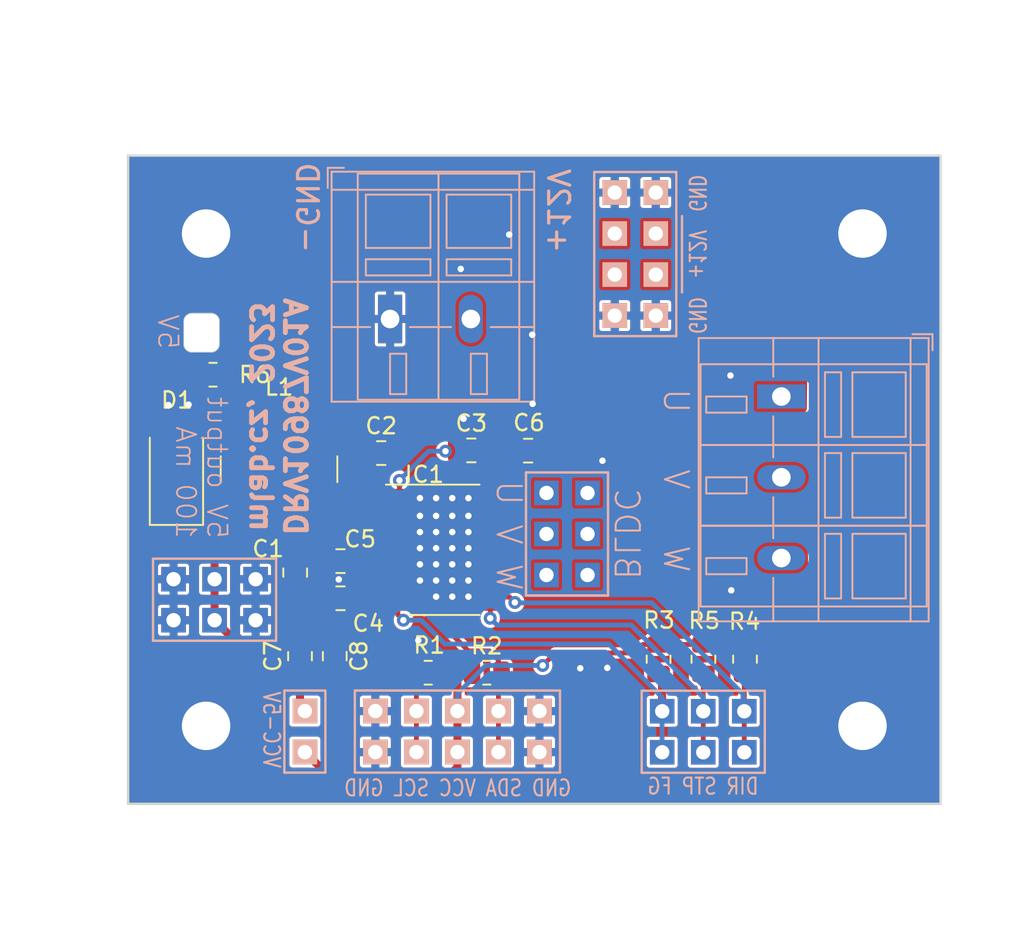
<source format=kicad_pcb>
(kicad_pcb (version 20221018) (generator pcbnew)
  (title_block (title "DRV10987V01A") (date "2023-06-30") (rev "01A") (company "Mlab www.mlab.cz") (comment 1 "BLDC/PMSM sensorless motor controller") (comment 2 "roman-dvorak <romandvorak@mlab.cz>"))
  (layers (0 "F.Cu" signal) (31 "B.Cu" signal) (34 "B.Paste" user) (35 "F.Paste" user) (36 "B.SilkS" user "B.Silkscreen") (37 "F.SilkS" user "F.Silkscreen") (38 "B.Mask" user) (39 "F.Mask" user) (44 "Edge.Cuts" user))
  (net 0 "")
  (net 1 "GND")
  (net 2 "Net-(IC1-VCP)")
  (net 3 "+12V")
  (net 4 "Net-(IC1-CPN)")
  (net 5 "Net-(IC1-CPP)")
  (net 6 "Net-(IC1-V3P3)")
  (net 7 "Net-(IC1-V1P8)")
  (net 8 "/SDA")
  (net 9 "/SCL")
  (net 10 "/STEP")
  (net 11 "/DIR")
  (net 12 "/FG")
  (net 13 "/U")
  (net 14 "/V")
  (net 15 "/W")
  (net 16 "+5V")
  (net 17 "Net-(IC1-SW)")
  (net 18 "VDD")
  (net 19 "Net-(D2-A)")
  (footprint "Capacitor_SMD:C_0805_2012Metric" (layer "F.Cu") (at 136.5 110.04)
    (fp_text reference "C5" (at 1.22 -1.365) (layer "F.SilkS"))
    (fp_text value "1uF")
    (fp_line (start -0.261252 -0.735) (end 0.261252 -0.735) (stroke (width 0.12)) (layer "F.SilkS"))
    (fp_line (start -0.261252 0.735) (end 0.261252 0.735) (stroke (width 0.12)) (layer "F.SilkS"))
    (pad "1" smd roundrect (at -0.95 0) (size 1 1.45) (layers "F.Cu" "F.Paste" "F.Mask") (net 1 "GND"))
    (pad "2" smd roundrect (at 0.95 0) (size 1 1.45) (layers "F.Cu" "F.Paste" "F.Mask") (net 7 "Net-(IC1-V1P8)"))
  )
  (footprint "Mlab_Mechanical:MountingHole_3mm" (layer "F.Cu") (at 168.82 89.76)
    (fp_text reference "M2" hide)
    (fp_text value "HOLE M3" hide)
    (pad "1" thru_hole circle (at 0 0) (size 6 6) (drill 3) (layers "*.Cu" "*.Mask") (net 1 "GND") (clearance 1))
  )
  (footprint "Capacitor_SMD:C_0805_2012Metric" (layer "F.Cu") (at 133.995 115.925 90)
    (fp_text reference "C7" (at 0 -1.68 90) (layer "F.SilkS"))
    (fp_text value "10uF")
    (fp_line (start -0.261252 -0.735) (end 0.261252 -0.735) (stroke (width 0.12)) (layer "F.SilkS"))
    (fp_line (start -0.261252 0.735) (end 0.261252 0.735) (stroke (width 0.12)) (layer "F.SilkS"))
    (pad "1" smd roundrect (at -0.95 0 90) (size 1 1.45) (layers "F.Cu" "F.Paste" "F.Mask") (net 16 "+5V"))
    (pad "2" smd roundrect (at 0.95 0 90) (size 1 1.45) (layers "F.Cu" "F.Paste" "F.Mask") (net 1 "GND"))
  )
  (footprint "Mlab_Mechanical:MountingHole_3mm" (layer "F.Cu") (at 168.82 120.24)
    (fp_text reference "M4" hide)
    (fp_text value "HOLE M3" hide)
    (pad "1" thru_hole circle (at 0 0) (size 6 6) (drill 3) (layers "*.Cu" "*.Mask") (net 1 "GND") (clearance 1))
  )
  (footprint "Diode_SMD:D_SMA" (layer "F.Cu") (at 126.345 104.4 90)
    (fp_text reference "D1" (at 4.325 0.025 180) (layer "F.SilkS"))
    (fp_text value "BZV55C-5,6V")
    (fp_line (start -3.4 -1.65) (end -3.4 1.65) (stroke (width 0.12)) (layer "F.SilkS"))
    (fp_line (start -3.4 -1.65) (end 2 -1.65) (stroke (width 0.12)) (layer "F.SilkS"))
    (fp_line (start -3.4 1.65) (end 2 1.65) (stroke (width 0.12)) (layer "F.SilkS"))
    (pad "1" smd rect (at -2 0 90) (size 2.5 1.8) (layers "F.Cu" "F.Paste" "F.Mask") (net 16 "+5V"))
    (pad "2" smd rect (at 2 0 90) (size 2.5 1.8) (layers "F.Cu" "F.Paste" "F.Mask") (net 1 "GND"))
  )
  (footprint "Mlab_D:LED_1206_2" (layer "F.Cu") (at 127.9 95.9 180)
    (fp_text reference "D2" hide)
    (fp_text value "LED" hide)
    (fp_line (start -1.1 0.7) (end -1.1 -0.7) (stroke (width 0.05)) (layer "Edge.Cuts"))
    (fp_line (start -0.6 -1.2) (end 0.6 -1.2) (stroke (width 0.05)) (layer "Edge.Cuts"))
    (fp_line (start -0.6 1.2) (end 0.6 1.2) (stroke (width 0.05)) (layer "Edge.Cuts"))
    (fp_line (start 1.1 0.7) (end 1.1 -0.7) (stroke (width 0.05)) (layer "Edge.Cuts"))
    (fp_arc (start -1.1 -0.7) (mid -0.953553 -1.053553) (end -0.6 -1.2) (stroke (width 0.05)) (layer "Edge.Cuts"))
    (fp_arc (start -0.6 1.2) (mid -0.953553 1.053553) (end -1.1 0.7) (stroke (width 0.05)) (layer "Edge.Cuts"))
    (fp_arc (start 0.6 -1.2) (mid 0.953553 -1.053553) (end 1.1 -0.7) (stroke (width 0.05)) (layer "Edge.Cuts"))
    (fp_arc (start 1.1 0.7) (mid 0.953553 1.053553) (end 0.6 1.2) (stroke (width 0.05)) (layer "Edge.Cuts"))
    (pad "1" smd rect (at 1.88 0) (size 1.5 1.5) (layers "F.Cu" "F.Paste" "F.Mask") (net 1 "GND"))
    (pad "2" smd rect (at -1.88 0 180) (size 1.5 1.5) (layers "F.Cu" "F.Paste" "F.Mask") (net 19 "Net-(D2-A)"))
  )
  (footprint "Capacitor_SMD:C_0805_2012Metric" (layer "F.Cu") (at 148.12 103.2 180)
    (fp_text reference "C6" (at -0.05 1.725) (layer "F.SilkS"))
    (fp_text value "10uF")
    (fp_line (start -0.261252 -0.735) (end 0.261252 -0.735) (stroke (width 0.12)) (layer "F.SilkS"))
    (fp_line (start -0.261252 0.735) (end 0.261252 0.735) (stroke (width 0.12)) (layer "F.SilkS"))
    (pad "1" smd roundrect (at -0.95 0 180) (size 1 1.45) (layers "F.Cu" "F.Paste" "F.Mask") (net 1 "GND"))
    (pad "2" smd roundrect (at 0.95 0 180) (size 1 1.45) (layers "F.Cu" "F.Paste" "F.Mask") (net 3 "+12V"))
  )
  (footprint "Resistor_SMD:R_0805_2012Metric" (layer "F.Cu") (at 158.97 116.1125 -90)
    (fp_text reference "R5" (at -2.3875 -0.05 -180) (layer "F.SilkS"))
    (fp_text value "4k7")
    (fp_line (start -0.227064 -0.735) (end 0.227064 -0.735) (stroke (width 0.12)) (layer "F.SilkS"))
    (fp_line (start -0.227064 0.735) (end 0.227064 0.735) (stroke (width 0.12)) (layer "F.SilkS"))
    (pad "1" smd roundrect (at -0.9125 0 270) (size 1.025 1.4) (layers "F.Cu" "F.Paste" "F.Mask") (roundrect_rratio 0.243902) (net 18 "VDD"))
    (pad "2" smd roundrect (at 0.9125 0 270) (size 1.025 1.4) (layers "F.Cu" "F.Paste" "F.Mask") (roundrect_rratio 0.243902) (net 10 "/STEP"))
  )
  (footprint "Resistor_SMD:R_0805_2012Metric" (layer "F.Cu") (at 128.6075 98.5 180)
    (fp_text reference "R6" (at -2.5875 0) (layer "F.SilkS"))
    (fp_text value "R_Small" hide)
    (fp_line (start -0.227064 -0.735) (end 0.227064 -0.735) (stroke (width 0.12)) (layer "F.SilkS"))
    (fp_line (start -0.227064 0.735) (end 0.227064 0.735) (stroke (width 0.12)) (layer "F.SilkS"))
    (pad "1" smd roundrect (at -0.9125 0 180) (size 1.025 1.4) (layers "F.Cu" "F.Paste" "F.Mask") (roundrect_rratio 0.243902) (net 19 "Net-(D2-A)"))
    (pad "2" smd roundrect (at 0.9125 0 180) (size 1.025 1.4) (layers "F.Cu" "F.Paste" "F.Mask") (roundrect_rratio 0.243902) (net 16 "+5V"))
  )
  (footprint "Resistor_SMD:R_0805_2012Metric" (layer "F.Cu") (at 145.5575 116.95)
    (fp_text reference "R2" (at 0 -1.65) (layer "F.SilkS"))
    (fp_text value "4k7")
    (fp_line (start -0.227064 -0.735) (end 0.227064 -0.735) (stroke (width 0.12)) (layer "F.SilkS"))
    (fp_line (start -0.227064 0.735) (end 0.227064 0.735) (stroke (width 0.12)) (layer "F.SilkS"))
    (pad "1" smd roundrect (at -0.9125 0) (size 1.025 1.4) (layers "F.Cu" "F.Paste" "F.Mask") (roundrect_rratio 0.243902) (net 18 "VDD"))
    (pad "2" smd roundrect (at 0.9125 0) (size 1.025 1.4) (layers "F.Cu" "F.Paste" "F.Mask") (roundrect_rratio 0.243902) (net 8 "/SDA"))
  )
  (footprint "Resistor_SMD:R_0805_2012Metric" (layer "F.Cu") (at 156.195 116.1125 -90)
    (fp_text reference "R3" (at -2.4125 -0.025 -180) (layer "F.SilkS"))
    (fp_text value "4k7")
    (fp_line (start -0.227064 -0.735) (end 0.227064 -0.735) (stroke (width 0.12)) (layer "F.SilkS"))
    (fp_line (start -0.227064 0.735) (end 0.227064 0.735) (stroke (width 0.12)) (layer "F.SilkS"))
    (pad "1" smd roundrect (at -0.9125 0 270) (size 1.025 1.4) (layers "F.Cu" "F.Paste" "F.Mask") (roundrect_rratio 0.243902) (net 18 "VDD"))
    (pad "2" smd roundrect (at 0.9125 0 270) (size 1.025 1.4) (layers "F.Cu" "F.Paste" "F.Mask") (roundrect_rratio 0.243902) (net 12 "/FG"))
  )
  (footprint "Capacitor_SMD:C_0805_2012Metric" (layer "F.Cu") (at 133.695 110.75 90)
    (fp_text reference "C1" (at 1.475 -1.675 180) (layer "F.SilkS"))
    (fp_text value "10uF")
    (fp_line (start -0.261252 -0.735) (end 0.261252 -0.735) (stroke (width 0.12)) (layer "F.SilkS"))
    (fp_line (start -0.261252 0.735) (end 0.261252 0.735) (stroke (width 0.12)) (layer "F.SilkS"))
    (pad "1" smd roundrect (at -0.95 0 90) (size 1 1.45) (layers "F.Cu" "F.Paste" "F.Mask") (net 1 "GND"))
    (pad "2" smd roundrect (at 0.95 0 90) (size 1 1.45) (layers "F.Cu" "F.Paste" "F.Mask") (net 16 "+5V"))
  )
  (footprint "Capacitor_SMD:C_0805_2012Metric" (layer "F.Cu") (at 136.5 112.34)
    (fp_text reference "C4" (at 1.72 1.56) (layer "F.SilkS"))
    (fp_text value "1uF")
    (fp_line (start -0.261252 -0.735) (end 0.261252 -0.735) (stroke (width 0.12)) (layer "F.SilkS"))
    (fp_line (start -0.261252 0.735) (end 0.261252 0.735) (stroke (width 0.12)) (layer "F.SilkS"))
    (pad "1" smd roundrect (at -0.95 0) (size 1 1.45) (layers "F.Cu" "F.Paste" "F.Mask") (net 1 "GND"))
    (pad "2" smd roundrect (at 0.95 0) (size 1 1.45) (layers "F.Cu" "F.Paste" "F.Mask") (net 6 "Net-(IC1-V3P3)"))
  )
  (footprint "Mlab_Mechanical:MountingHole_3mm" (layer "F.Cu") (at 128.18 120.24)
    (fp_text reference "M3" hide)
    (fp_text value "HOLE M3" hide)
    (pad "1" thru_hole circle (at 0 0) (size 6 6) (drill 3) (layers "*.Cu" "*.Mask") (net 1 "GND") (clearance 1))
  )
  (footprint "Mlab_Mechanical:MountingHole_3mm" (layer "F.Cu") (at 128.18 89.76)
    (fp_text reference "M1" hide)
    (fp_text value "HOLE M3" hide)
    (pad "1" thru_hole circle (at 0 0) (size 6 6) (drill 3) (layers "*.Cu" "*.Mask") (net 1 "GND") (clearance 1))
  )
  (footprint "Capacitor_SMD:C_0805_2012Metric" (layer "F.Cu") (at 136.145 115.925 90)
    (fp_text reference "C8" (at 0 1.5 90) (layer "F.SilkS"))
    (fp_text value "100nF")
    (fp_line (start -0.261252 -0.735) (end 0.261252 -0.735) (stroke (width 0.12)) (layer "F.SilkS"))
    (fp_line (start -0.261252 0.735) (end 0.261252 0.735) (stroke (width 0.12)) (layer "F.SilkS"))
    (pad "1" smd roundrect (at -0.95 0 90) (size 1 1.45) (layers "F.Cu" "F.Paste" "F.Mask") (net 16 "+5V"))
    (pad "2" smd roundrect (at 0.95 0 90) (size 1 1.45) (layers "F.Cu" "F.Paste" "F.Mask") (net 1 "GND"))
  )
  (footprint "Inductor_SMD:L_Ferrocore_DLG-0703" (layer "F.Cu") (at 132.695 104.35 90)
    (fp_text reference "L1" (at 5.075 0 180) (layer "F.SilkS"))
    (fp_text value "47uH DE0703-47")
    (fp_line (start -0.8 -3.61) (end 0.8 -3.61) (stroke (width 0.12)) (layer "F.SilkS"))
    (fp_line (start -0.8 3.61) (end 0.8 3.61) (stroke (width 0.12)) (layer "F.SilkS"))
    (pad "1" smd rect (at -2.5 0 90) (size 3 7.5) (layers "F.Cu" "F.Paste" "F.Mask") (net 16 "+5V"))
    (pad "2" smd rect (at 2.5 0 90) (size 3 7.5) (layers "F.Cu" "F.Paste" "F.Mask") (net 17 "Net-(IC1-SW)"))
  )
  (footprint "Capacitor_SMD:C_0805_2012Metric" (layer "F.Cu") (at 144.6 103.185)
    (fp_text reference "C3" (at 0 -1.68) (layer "F.SilkS"))
    (fp_text value "100nF")
    (fp_line (start -0.261252 -0.735) (end 0.261252 -0.735) (stroke (width 0.12)) (layer "F.SilkS"))
    (fp_line (start -0.261252 0.735) (end 0.261252 0.735) (stroke (width 0.12)) (layer "F.SilkS"))
    (pad "1" smd roundrect (at -0.95 0) (size 1 1.45) (layers "F.Cu" "F.Paste" "F.Mask") (net 2 "Net-(IC1-VCP)"))
    (pad "2" smd roundrect (at 0.95 0) (size 1 1.45) (layers "F.Cu" "F.Paste" "F.Mask") (net 3 "+12V"))
  )
  (footprint "Mlab_IO:TSSOP-24_4.4x7.8mm_P0.65mm_PowerPAD" (layer "F.Cu") (at 142.9125 109.34)
    (fp_text reference "IC1" (at -1.2175 -4.665) (layer "F.SilkS"))
    (fp_text value "DRV10987DPWPR")
    (fp_line (start 0 -4.035) (end -3.6 -4.035) (stroke (width 0.12)) (layer "F.SilkS"))
    (fp_line (start 0 -4.035) (end 2.2 -4.035) (stroke (width 0.12)) (layer "F.SilkS"))
    (fp_line (start 0 4.035) (end -2.2 4.035) (stroke (width 0.12)) (layer "F.SilkS"))
    (fp_line (start 0 4.035) (end 2.2 4.035) (stroke (width 0.12)) (layer "F.SilkS"))
    (pad "1" smd roundrect (at -2.8625 -3.575) (size 1.475 0.4) (layers "F.Cu" "F.Paste" "F.Mask") (net 2 "Net-(IC1-VCP)"))
    (pad "2" smd roundrect (at -2.8625 -2.925) (size 1.475 0.4) (layers "F.Cu" "F.Paste" "F.Mask") (net 5 "Net-(IC1-CPP)"))
    (pad "3" smd roundrect (at -2.8625 -2.275) (size 1.475 0.4) (layers "F.Cu" "F.Paste" "F.Mask") (net 4 "Net-(IC1-CPN)"))
    (pad "4" smd roundrect (at -2.8625 -1.625) (size 1.475 0.4) (layers "F.Cu" "F.Paste" "F.Mask") (net 17 "Net-(IC1-SW)"))
    (pad "5" smd roundrect (at -2.8625 -0.975) (size 1.475 0.4) (layers "F.Cu" "F.Paste" "F.Mask") (net 1 "GND"))
    (pad "6" smd roundrect (at -2.8625 -0.325) (size 1.475 0.4) (layers "F.Cu" "F.Paste" "F.Mask") (net 16 "+5V"))
    (pad "7" smd roundrect (at -2.8625 0.325) (size 1.475 0.4) (layers "F.Cu" "F.Paste" "F.Mask") (net 7 "Net-(IC1-V1P8)"))
    (pad "8" smd roundrect (at -2.8625 0.975) (size 1.475 0.4) (layers "F.Cu" "F.Paste" "F.Mask") (net 1 "GND"))
    (pad "9" smd roundrect (at -2.8625 1.625) (size 1.475 0.4) (layers "F.Cu" "F.Paste" "F.Mask") (net 6 "Net-(IC1-V3P3)"))
    (pad "10" smd roundrect (at -2.8625 2.275) (size 1.475 0.4) (layers "F.Cu" "F.Paste" "F.Mask") (net 9 "/SCL"))
    (pad "11" smd roundrect (at -2.8625 2.925) (size 1.475 0.4) (layers "F.Cu" "F.Paste" "F.Mask") (net 8 "/SDA"))
    (pad "12" smd roundrect (at -2.8625 3.575) (size 1.475 0.4) (layers "F.Cu" "F.Paste" "F.Mask") (net 12 "/FG"))
    (pad "13" smd roundrect (at 2.8625 3.575) (size 1.475 0.4) (layers "F.Cu" "F.Paste" "F.Mask") (net 10 "/STEP"))
    (pad "14" smd roundrect (at 2.8625 2.925) (size 1.475 0.4) (layers "F.Cu" "F.Paste" "F.Mask") (net 11 "/DIR"))
    (pad "15" smd roundrect (at 2.8625 2.275) (size 1.475 0.4) (layers "F.Cu" "F.Paste" "F.Mask") (net 1 "GND"))
    (pad "16" smd roundrect (at 2.8625 1.625) (size 1.475 0.4) (layers "F.Cu" "F.Paste" "F.Mask") (net 1 "GND"))
    (pad "17" smd roundrect (at 2.8625 0.975) (size 1.475 0.4) (layers "F.Cu" "F.Paste" "F.Mask") (net 13 "/U"))
    (pad "18" smd roundrect (at 2.8625 0.325) (size 1.475 0.4) (layers "F.Cu" "F.Paste" "F.Mask") (net 13 "/U"))
    (pad "19" smd roundrect (at 2.8625 -0.325) (size 1.475 0.4) (layers "F.Cu" "F.Paste" "F.Mask") (net 14 "/V"))
    (pad "20" smd roundrect (at 2.8625 -0.975) (size 1.475 0.4) (layers "F.Cu" "F.Paste" "F.Mask") (net 14 "/V"))
    (pad "21" smd roundrect (at 2.8625 -1.625) (size 1.475 0.4) (layers "F.Cu" "F.Paste" "F.Mask") (net 15 "/W"))
    (pad "22" smd roundrect (at 2.8625 -2.275) (size 1.475 0.4) (layers "F.Cu" "F.Paste" "F.Mask") (net 15 "/W"))
    (pad "23" smd roundrect (at 2.8625 -2.925) (size 1.475 0.4) (layers "F.Cu" "F.Paste" "F.Mask") (net 3 "+12V"))
    (pad "24" smd roundrect (at 2.8625 -3.575) (size 1.475 0.4) (layers "F.Cu" "F.Paste" "F.Mask") (net 3 "+12V"))
    (pad "25" smd roundrect (at 0 0) (size 3.2 5.26) (layers "F.Cu" "F.Paste" "F.Mask") (roundrect_rratio 0.03125) (net 1 "GND"))
  )
  (footprint "Resistor_SMD:R_0805_2012Metric" (layer "F.Cu") (at 161.545 116.1125 -90)
    (fp_text reference "R4" (at -2.3375 0.025 -180) (layer "F.SilkS"))
    (fp_text value "4k7")
    (fp_line (start -0.227064 -0.735) (end 0.227064 -0.735) (stroke (width 0.12)) (layer "F.SilkS"))
    (fp_line (start -0.227064 0.735) (end 0.227064 0.735) (stroke (width 0.12)) (layer "F.SilkS"))
    (pad "1" smd roundrect (at -0.9125 0 270) (size 1.025 1.4) (layers "F.Cu" "F.Paste" "F.Mask") (roundrect_rratio 0.243902) (net 18 "VDD"))
    (pad "2" smd roundrect (at 0.9125 0 270) (size 1.025 1.4) (layers "F.Cu" "F.Paste" "F.Mask") (roundrect_rratio 0.243902) (net 11 "/DIR"))
  )
  (footprint "Resistor_SMD:R_0805_2012Metric" (layer "F.Cu") (at 141.9325 116.95 180)
    (fp_text reference "R1" (at -0.0625 1.7) (layer "F.SilkS"))
    (fp_text value "4k7")
    (fp_line (start -0.227064 -0.735) (end 0.227064 -0.735) (stroke (width 0.12)) (layer "F.SilkS"))
    (fp_line (start -0.227064 0.735) (end 0.227064 0.735) (stroke (width 0.12)) (layer "F.SilkS"))
    (pad "1" smd roundrect (at -0.9125 0 180) (size 1.025 1.4) (layers "F.Cu" "F.Paste" "F.Mask") (roundrect_rratio 0.243902) (net 18 "VDD"))
    (pad "2" smd roundrect (at 0.9125 0 180) (size 1.025 1.4) (layers "F.Cu" "F.Paste" "F.Mask") (roundrect_rratio 0.243902) (net 9 "/SCL"))
  )
  (footprint "Capacitor_SMD:C_0805_2012Metric" (layer "F.Cu") (at 139.02 103.35)
    (fp_text reference "C2" (at 0 -1.68) (layer "F.SilkS"))
    (fp_text value "100nF")
    (fp_line (start -0.261252 -0.735) (end 0.261252 -0.735) (stroke (width 0.12)) (layer "F.SilkS"))
    (fp_line (start -0.261252 0.735) (end 0.261252 0.735) (stroke (width 0.12)) (layer "F.SilkS"))
    (pad "1" smd roundrect (at -0.95 0) (size 1 1.45) (layers "F.Cu" "F.Paste" "F.Mask") (net 4 "Net-(IC1-CPN)"))
    (pad "2" smd roundrect (at 0.95 0) (size 1 1.45) (layers "F.Cu" "F.Paste" "F.Mask") (net 5 "Net-(IC1-CPP)"))
  )
  (footprint "TerminalBlock_WAGO:TerminalBlock_WAGO_236-102_1x02_P5.00mm_45Degree" (layer "B.Cu") (at 139.57 95.05)
    (fp_text reference "J11" hide)
    (fp_text value "WAGO")
    (fp_line (start -3.86 -9.36) (end -2.86 -9.36) (stroke (width 0.12)) (layer "B.SilkS"))
    (fp_line (start -3.86 -8.12) (end -3.86 -9.36) (stroke (width 0.12)) (layer "B.SilkS"))
    (fp_line (start -3.62 -9.12) (end 8.921 -9.12) (stroke (width 0.12)) (layer "B.SilkS"))
    (fp_line (start -3.62 -8) (end 8.921 -8) (stroke (width 0.12)) (layer "B.SilkS"))
    (fp_line (start -3.62 -2.3) (end 8.921 -2.3) (stroke (width 0.12)) (layer "B.SilkS"))
    (fp_line (start -3.62 0.5) (end -1.23 0.5) (stroke (width 0.12)) (layer "B.SilkS"))
    (fp_line (start -3.62 5.12) (end -3.62 -9.12) (stroke (width 0.12)) (layer "B.SilkS"))
    (fp_line (start -3.62 5.12) (end 8.921 5.12) (stroke (width 0.12)) (layer "B.SilkS"))
    (fp_line (start -2 -9) (end 3 -9) (stroke (width 0.12)) (layer "B.SilkS"))
    (fp_line (start -2 5) (end -2 -9) (stroke (width 0.12)) (layer "B.SilkS"))
    (fp_line (start -2 5) (end 3 5) (stroke (width 0.12)) (layer "B.SilkS"))
    (fp_line (start -1.5 -7.7) (end 2.5 -7.7) (stroke (width 0.12)) (layer "B.SilkS"))
    (fp_line (start -1.5 -4.4) (end -1.5 -7.7) (stroke (width 0.12)) (layer "B.SilkS"))
    (fp_line (start -1.5 -4.4) (end 2.5 -4.4) (stroke (width 0.12)) (layer "B.SilkS"))
    (fp_line (start -1.5 -3.7) (end 2.5 -3.7) (stroke (width 0.12)) (layer "B.SilkS"))
    (fp_line (start -1.5 -2.7) (end -1.5 -3.7) (stroke (width 0.12)) (layer "B.SilkS"))
    (fp_line (start -1.5 -2.7) (end 2.5 -2.7) (stroke (width 0.12)) (layer "B.SilkS"))
    (fp_line (start 0 2.151) (end 1 2.151) (stroke (width 0.12)) (layer "B.SilkS"))
    (fp_line (start 0 4.65) (end 0 2.151) (stroke (width 0.12)) (layer "B.SilkS"))
    (fp_line (start 0 4.65) (end 1 4.65) (stroke (width 0.12)) (layer "B.SilkS"))
    (fp_line (start 1 4.65) (end 1 2.151) (stroke (width 0.12)) (layer "B.SilkS"))
    (fp_line (start 1.23 0.5) (end 3.77 0.5) (stroke (width 0.12)) (layer "B.SilkS"))
    (fp_line (start 2.5 -4.4) (end 2.5 -7.7) (stroke (width 0.12)) (layer "B.SilkS"))
    (fp_line (start 2.5 -2.7) (end 2.5 -3.7) (stroke (width 0.12)) (layer "B.SilkS"))
    (fp_line (start 3 -9) (end 8 -9) (stroke (width 0.12)) (layer "B.SilkS"))
    (fp_line (start 3 5) (end 3 -9) (stroke (width 0.12)) (layer "B.SilkS"))
    (fp_line (start 3 5) (end 3 -9) (stroke (width 0.12)) (layer "B.SilkS"))
    (fp_line (start 3 5) (end 8 5) (stroke (width 0.12)) (layer "B.SilkS"))
    (fp_line (start 3.5 -7.7) (end 7.5 -7.7) (stroke (width 0.12)) (layer "B.SilkS"))
    (fp_line (start 3.5 -4.4) (end 3.5 -7.7) (stroke (width 0.12)) (layer "B.SilkS"))
    (fp_line (start 3.5 -4.4) (end 7.5 -4.4) (stroke (width 0.12)) (layer "B.SilkS"))
    (fp_line (start 3.5 -3.7) (end 7.5 -3.7) (stroke (width 0.12)) (layer "B.SilkS"))
    (fp_line (start 3.5 -2.7) (end 3.5 -3.7) (stroke (width 0.12)) (layer "B.SilkS"))
    (fp_line (start 3.5 -2.7) (end 7.5 -2.7) (stroke (width 0.12)) (layer "B.SilkS"))
    (fp_line (start 5 2.151) (end 6 2.151) (stroke (width 0.12)) (layer "B.SilkS"))
    (fp_line (start 5 4.65) (end 5 2.151) (stroke (width 0.12)) (layer "B.SilkS"))
    (fp_line (start 5 4.65) (end 6 4.65) (stroke (width 0.12)) (layer "B.SilkS"))
    (fp_line (start 6 4.65) (end 6 2.151) (stroke (width 0.12)) (layer "B.SilkS"))
    (fp_line (start 6.23 0.5) (end 8.921 0.5) (stroke (width 0.12)) (layer "B.SilkS"))
    (fp_line (start 7.5 -4.4) (end 7.5 -7.7) (stroke (width 0.12)) (layer "B.SilkS"))
    (fp_line (start 7.5 -2.7) (end 7.5 -3.7) (stroke (width 0.12)) (layer "B.SilkS"))
    (fp_line (start 8 5) (end 8 -9) (stroke (width 0.12)) (layer "B.SilkS"))
    (fp_line (start 8.921 5.12) (end 8.921 -9.12) (stroke (width 0.12)) (layer "B.SilkS"))
    (pad "1" thru_hole rect (at 0 0) (size 1.5 3) (drill 1.15) (layers "*.Cu" "*.Mask") (net 1 "GND"))
    (pad "2" thru_hole oval (at 5 0) (size 1.5 3) (drill 1.15) (layers "*.Cu" "*.Mask") (net 3 "+12V"))
  )
  (footprint "Mlab_Pin_Headers:Straight_1x02" (layer "B.Cu") (at 134.295 120.595)
    (fp_text reference "J4" hide)
    (fp_text value "JUMPER" hide)
    (fp_line (start -1.27 -2.54) (end -1.27 2.54) (stroke (width 0.15)) (layer "B.SilkS"))
    (fp_line (start -1.27 2.54) (end 1.27 2.54) (stroke (width 0.15)) (layer "B.SilkS"))
    (fp_line (start 1.27 -2.54) (end -1.27 -2.54) (stroke (width 0.15)) (layer "B.SilkS"))
    (fp_line (start 1.27 2.54) (end 1.27 -2.54) (stroke (width 0.15)) (layer "B.SilkS"))
    (pad "1" thru_hole rect (at 0 1.27) (size 1.524 1.524) (drill 0.889) (layers "*.Cu" "*.Mask" "B.SilkS") (net 18 "VDD"))
    (pad "2" thru_hole rect (at 0 -1.27) (size 1.524 1.524) (drill 0.889) (layers "*.Cu" "*.Mask" "B.SilkS") (net 16 "+5V"))
  )
  (footprint "Mlab_Pin_Headers:Straight_2x03" (layer "B.Cu") (at 128.705 112.43 90)
    (fp_text reference "J10" hide)
    (fp_text value "PWR" hide)
    (fp_line (start -2.54 -3.81) (end -2.54 3.81) (stroke (width 0.15)) (layer "B.SilkS"))
    (fp_line (start -2.54 3.81) (end 2.54 3.81) (stroke (width 0.15)) (layer "B.SilkS"))
    (fp_line (start 2.54 -3.81) (end -2.54 -3.81) (stroke (width 0.15)) (layer "B.SilkS"))
    (fp_line (start 2.54 3.81) (end 2.54 -3.81) (stroke (width 0.15)) (layer "B.SilkS"))
    (pad "1" thru_hole rect (at -1.27 2.54 90) (size 1.524 1.524) (drill 0.889) (layers "*.Cu" "*.Mask") (net 1 "GND"))
    (pad "2" thru_hole rect (at 1.27 2.54 90) (size 1.524 1.524) (drill 0.889) (layers "*.Cu" "*.Mask") (net 1 "GND"))
    (pad "3" thru_hole rect (at -1.27 0 90) (size 1.524 1.524) (drill 0.889) (layers "*.Cu" "*.Mask") (net 16 "+5V"))
    (pad "4" thru_hole rect (at 1.27 0 90) (size 1.524 1.524) (drill 0.889) (layers "*.Cu" "*.Mask") (net 16 "+5V"))
    (pad "5" thru_hole rect (at -1.27 -2.54 90) (size 1.524 1.524) (drill 0.889) (layers "*.Cu" "*.Mask") (net 1 "GND"))
    (pad "6" thru_hole rect (at 1.27 -2.54 90) (size 1.524 1.524) (drill 0.889) (layers "*.Cu" "*.Mask") (net 1 "GND"))
  )
  (footprint "Mlab_Pin_Headers:Straight_2x05" (layer "B.Cu") (at 143.74 120.59375 90)
    (fp_text reference "J2" hide)
    (fp_text value "I2C" hide)
    (fp_line (start -2.54 -6.35) (end -2.54 6.35) (stroke (width 0.15)) (layer "B.SilkS"))
    (fp_line (start -2.54 6.35) (end 2.54 6.35) (stroke (width 0.15)) (layer "B.SilkS"))
    (fp_line (start 2.54 -6.35) (end -2.54 -6.35) (stroke (width 0.15)) (layer "B.SilkS"))
    (fp_line (start 2.54 6.35) (end 2.54 -6.35) (stroke (width 0.15)) (layer "B.SilkS"))
    (pad "1" thru_hole rect (at -1.27 5.08 90) (size 1.524 1.524) (drill 0.889) (layers "*.Cu" "*.Mask" "B.SilkS") (net 1 "GND"))
    (pad "2" thru_hole rect (at 1.27 5.08 90) (size 1.524 1.524) (drill 0.889) (layers "*.Cu" "*.Mask" "B.SilkS") (net 1 "GND"))
    (pad "3" thru_hole rect (at -1.27 2.54 90) (size 1.524 1.524) (drill 0.889) (layers "*.Cu" "*.Mask" "B.SilkS") (net 8 "/SDA"))
    (pad "4" thru_hole rect (at 1.27 2.54 90) (size 1.524 1.524) (drill 0.889) (layers "*.Cu" "*.Mask" "B.SilkS") (net 8 "/SDA"))
    (pad "5" thru_hole rect (at -1.27 0 90) (size 1.524 1.524) (drill 0.889) (layers "*.Cu" "*.Mask" "B.SilkS") (net 18 "VDD"))
    (pad "6" thru_hole rect (at 1.27 0 90) (size 1.524 1.524) (drill 0.889) (layers "*.Cu" "*.Mask" "B.SilkS") (net 18 "VDD"))
    (pad "7" thru_hole rect (at -1.27 -2.54 90) (size 1.524 1.524) (drill 0.889) (layers "*.Cu" "*.Mask" "B.SilkS") (net 9 "/SCL"))
    (pad "8" thru_hole rect (at 1.27 -2.54 90) (size 1.524 1.524) (drill 0.889) (layers "*.Cu" "*.Mask" "B.SilkS") (net 9 "/SCL"))
    (pad "9" thru_hole rect (at -1.27 -5.08 90) (size 1.524 1.524) (drill 0.889) (layers "*.Cu" "*.Mask" "B.SilkS") (net 1 "GND"))
    (pad "10" thru_hole rect (at 1.27 -5.08 90) (size 1.524 1.524) (drill 0.889) (layers "*.Cu" "*.Mask" "B.SilkS") (net 1 "GND"))
  )
  (footprint "Mlab_Pin_Headers:Straight_2x03" (layer "B.Cu") (at 158.96 120.605 90)
    (fp_text reference "J5" hide)
    (fp_text value "AUX" hide)
    (fp_line (start -2.54 -3.81) (end -2.54 3.81) (stroke (width 0.15)) (layer "B.SilkS"))
    (fp_line (start -2.54 3.81) (end 2.54 3.81) (stroke (width 0.15)) (layer "B.SilkS"))
    (fp_line (start 2.54 -3.81) (end -2.54 -3.81) (stroke (width 0.15)) (layer "B.SilkS"))
    (fp_line (start 2.54 3.81) (end 2.54 -3.81) (stroke (width 0.15)) (layer "B.SilkS"))
    (pad "1" thru_hole rect (at -1.27 2.54 90) (size 1.524 1.524) (drill 0.889) (layers "*.Cu" "*.Mask") (net 11 "/DIR"))
    (pad "2" thru_hole rect (at 1.27 2.54 90) (size 1.524 1.524) (drill 0.889) (layers "*.Cu" "*.Mask") (net 11 "/DIR"))
    (pad "3" thru_hole rect (at -1.27 0 90) (size 1.524 1.524) (drill 0.889) (layers "*.Cu" "*.Mask") (net 10 "/STEP"))
    (pad "4" thru_hole rect (at 1.27 0 90) (size 1.524 1.524) (drill 0.889) (layers "*.Cu" "*.Mask") (net 10 "/STEP"))
    (pad "5" thru_hole rect (at -1.27 -2.54 90) (size 1.524 1.524) (drill 0.889) (layers "*.Cu" "*.Mask") (net 12 "/FG"))
    (pad "6" thru_hole rect (at 1.27 -2.54 90) (size 1.524 1.524) (drill 0.889) (layers "*.Cu" "*.Mask") (net 12 "/FG"))
  )
  (footprint "TerminalBlock_WAGO:TerminalBlock_WAGO_236-103_1x03_P5.00mm_45Degree" (layer "B.Cu") (at 163.795 99.85 -90)
    (fp_text reference "J12" hide)
    (fp_text value "WAGO" hide)
    (fp_line (start -3.86 -9.36) (end -2.86 -9.36) (stroke (width 0.12)) (layer "B.SilkS"))
    (fp_line (start -3.86 -8.12) (end -3.86 -9.36) (stroke (width 0.12)) (layer "B.SilkS"))
    (fp_line (start -3.62 -9.12) (end 13.92 -9.12) (stroke (width 0.12)) (layer "B.SilkS"))
    (fp_line (start -3.62 -8) (end 13.92 -8) (stroke (width 0.12)) (layer "B.SilkS"))
    (fp_line (start -3.62 -2.3) (end 13.92 -2.3) (stroke (width 0.12)) (layer "B.SilkS"))
    (fp_line (start -3.62 0.5) (end -1.23 0.5) (stroke (width 0.12)) (layer "B.SilkS"))
    (fp_line (start -3.62 5.12) (end -3.62 -9.12) (stroke (width 0.12)) (layer "B.SilkS"))
    (fp_line (start -3.62 5.12) (end 13.92 5.12) (stroke (width 0.12)) (layer "B.SilkS"))
    (fp_line (start -2 -9) (end 3 -9) (stroke (width 0.12)) (layer "B.SilkS"))
    (fp_line (start -2 5) (end -2 -9) (stroke (width 0.12)) (layer "B.SilkS"))
    (fp_line (start -2 5) (end 3 5) (stroke (width 0.12)) (layer "B.SilkS"))
    (fp_line (start -1.5 -7.7) (end 2.5 -7.7) (stroke (width 0.12)) (layer "B.SilkS"))
    (fp_line (start -1.5 -4.4) (end -1.5 -7.7) (stroke (width 0.12)) (layer "B.SilkS"))
    (fp_line (start -1.5 -4.4) (end 2.5 -4.4) (stroke (width 0.12)) (layer "B.SilkS"))
    (fp_line (start -1.5 -3.7) (end 2.5 -3.7) (stroke (width 0.12)) (layer "B.SilkS"))
    (fp_line (start -1.5 -2.7) (end -1.5 -3.7) (stroke (width 0.12)) (layer "B.SilkS"))
    (fp_line (start -1.5 -2.7) (end 2.5 -2.7) (stroke (width 0.12)) (layer "B.SilkS"))
    (fp_line (start 0 2.151) (end 1 2.151) (stroke (width 0.12)) (layer "B.SilkS"))
    (fp_line (start 0 4.65) (end 0 2.151) (stroke (width 0.12)) (layer "B.SilkS"))
    (fp_line (start 0 4.65) (end 1 4.65) (stroke (width 0.12)) (layer "B.SilkS"))
    (fp_line (start 1 4.65) (end 1 2.151) (stroke (width 0.12)) (layer "B.SilkS"))
    (fp_line (start 1.23 0.5) (end 3.77 0.5) (stroke (width 0.12)) (layer "B.SilkS"))
    (fp_line (start 2.5 -4.4) (end 2.5 -7.7) (stroke (width 0.12)) (layer "B.SilkS"))
    (fp_line (start 2.5 -2.7) (end 2.5 -3.7) (stroke (width 0.12)) (layer "B.SilkS"))
    (fp_line (start 3 -9) (end 8 -9) (stroke (width 0.12)) (layer "B.SilkS"))
    (fp_line (start 3 5) (end 3 -9) (stroke (width 0.12)) (layer "B.SilkS"))
    (fp_line (start 3 5) (end 3 -9) (stroke (width 0.12)) (layer "B.SilkS"))
    (fp_line (start 3 5) (end 8 5) (stroke (width 0.12)) (layer "B.SilkS"))
    (fp_line (start 3.5 -7.7) (end 7.5 -7.7) (stroke (width 0.12)) (layer "B.SilkS"))
    (fp_line (start 3.5 -4.4) (end 3.5 -7.7) (stroke (width 0.12)) (layer "B.SilkS"))
    (fp_line (start 3.5 -4.4) (end 7.5 -4.4) (stroke (width 0.12)) (layer "B.SilkS"))
    (fp_line (start 3.5 -3.7) (end 7.5 -3.7) (stroke (width 0.12)) (layer "B.SilkS"))
    (fp_line (start 3.5 -2.7) (end 3.5 -3.7) (stroke (width 0.12)) (layer "B.SilkS"))
    (fp_line (start 3.5 -2.7) (end 7.5 -2.7) (stroke (width 0.12)) (layer "B.SilkS"))
    (fp_line (start 5 2.151) (end 6 2.151) (stroke (width 0.12)) (layer "B.SilkS"))
    (fp_line (start 5 4.65) (end 5 2.151) (stroke (width 0.12)) (layer "B.SilkS"))
    (fp_line (start 5 4.65) (end 6 4.65) (stroke (width 0.12)) (layer "B.SilkS"))
    (fp_line (start 6 4.65) (end 6 2.151) (stroke (width 0.12)) (layer "B.SilkS"))
    (fp_line (start 6.23 0.5) (end 8.77 0.5) (stroke (width 0.12)) (layer "B.SilkS"))
    (fp_line (start 7.5 -4.4) (end 7.5 -7.7) (stroke (width 0.12)) (layer "B.SilkS"))
    (fp_line (start 7.5 -2.7) (end 7.5 -3.7) (stroke (width 0.12)) (layer "B.SilkS"))
    (fp_line (start 8 -9) (end 13 -9) (stroke (width 0.12)) (layer "B.SilkS"))
    (fp_line (start 8 5) (end 8 -9) (stroke (width 0.12)) (layer "B.SilkS"))
    (fp_line (start 8 5) (end 8 -9) (stroke (width 0.12)) (layer "B.SilkS"))
    (fp_line (start 8 5) (end 13 5) (stroke (width 0.12)) (layer "B.SilkS"))
    (fp_line (start 8.5 -7.7) (end 12.5 -7.7) (stroke (width 0.12)) (layer "B.SilkS"))
    (fp_line (start 8.5 -4.4) (end 8.5 -7.7) (stroke (width 0.12)) (layer "B.SilkS"))
    (fp_line (start 8.5 -4.4) (end 12.5 -4.4) (stroke (width 0.12)) (layer "B.SilkS"))
    (fp_line (start 8.5 -3.7) (end 12.5 -3.7) (stroke (width 0.12)) (layer "B.SilkS"))
    (fp_line (start 8.5 -2.7) (end 8.5 -3.7) (stroke (width 0.12)) (layer "B.SilkS"))
    (fp_line (start 8.5 -2.7) (end 12.5 -2.7) (stroke (width 0.12)) (layer "B.SilkS"))
    (fp_line (start 10 2.151) (end 11 2.151) (stroke (width 0.12)) (layer "B.SilkS"))
    (fp_line (start 10 4.65) (end 10 2.151) (stroke (width 0.12)) (layer "B.SilkS"))
    (fp_line (start 10 4.65) (end 11 4.65) (stroke (width 0.12)) (layer "B.SilkS"))
    (fp_line (start 11 4.65) (end 11 2.151) (stroke (width 0.12)) (layer "B.SilkS"))
    (fp_line (start 11.23 0.5) (end 13.92 0.5) (stroke (width 0.12)) (layer "B.SilkS"))
    (fp_line (start 12.5 -4.4) (end 12.5 -7.7) (stroke (width 0.12)) (layer "B.SilkS"))
    (fp_line (start 12.5 -2.7) (end 12.5 -3.7) (stroke (width 0.12)) (layer "B.SilkS"))
    (fp_line (start 13 5) (end 13 -9) (stroke (width 0.12)) (layer "B.SilkS"))
    (fp_line (start 13.92 5.12) (end 13.92 -9.12) (stroke (width 0.12)) (layer "B.SilkS"))
    (pad "1" thru_hole rect (at 0 0 270) (size 1.5 3) (drill 1.15) (layers "*.Cu" "*.Mask") (net 15 "/W"))
    (pad "2" thru_hole oval (at 5 0 270) (size 1.5 3) (drill 1.15) (layers "*.Cu" "*.Mask") (net 14 "/V"))
    (pad "3" thru_hole oval (at 10 0 270) (size 1.5 3) (drill 1.15) (layers "*.Cu" "*.Mask") (net 13 "/U"))
  )
  (footprint "Mlab_Pin_Headers:Straight_2x03" (layer "B.Cu") (at 150.525 108.36)
    (fp_text reference "J6" hide)
    (fp_text value "MOTOR" hide)
    (fp_line (start -2.54 -3.81) (end -2.54 3.81) (stroke (width 0.15)) (layer "B.SilkS"))
    (fp_line (start -2.54 3.81) (end 2.54 3.81) (stroke (width 0.15)) (layer "B.SilkS"))
    (fp_line (start 2.54 -3.81) (end -2.54 -3.81) (stroke (width 0.15)) (layer "B.SilkS"))
    (fp_line (start 2.54 3.81) (end 2.54 -3.81) (stroke (width 0.15)) (layer "B.SilkS"))
    (pad "1" thru_hole rect (at -1.27 2.54) (size 1.524 1.524) (drill 0.889) (layers "*.Cu" "*.Mask") (net 13 "/U"))
    (pad "2" thru_hole rect (at 1.27 2.54) (size 1.524 1.524) (drill 0.889) (layers "*.Cu" "*.Mask") (net 13 "/U"))
    (pad "3" thru_hole rect (at -1.27 0) (size 1.524 1.524) (drill 0.889) (layers "*.Cu" "*.Mask") (net 14 "/V"))
    (pad "4" thru_hole rect (at 1.27 0) (size 1.524 1.524) (drill 0.889) (layers "*.Cu" "*.Mask") (net 14 "/V"))
    (pad "5" thru_hole rect (at -1.27 -2.54) (size 1.524 1.524) (drill 0.889) (layers "*.Cu" "*.Mask") (net 15 "/W"))
    (pad "6" thru_hole rect (at 1.27 -2.54) (size 1.524 1.524) (drill 0.889) (layers "*.Cu" "*.Mask") (net 15 "/W"))
  )
  (footprint "Mlab_Pin_Headers:Straight_2x04" (layer "B.Cu") (at 154.75 91.03 180)
    (fp_text reference "J3" hide)
    (fp_text value "HEADER_2x04_PARALLEL" hide)
    (fp_line (start -2.54 -5.08) (end -2.54 5.08) (stroke (width 0.15)) (layer "B.SilkS"))
    (fp_line (start -2.54 5.08) (end 2.54 5.08) (stroke (width 0.15)) (layer "B.SilkS"))
    (fp_line (start 2.54 -5.08) (end -2.54 -5.08) (stroke (width 0.15)) (layer "B.SilkS"))
    (fp_line (start 2.54 5.08) (end 2.54 -5.08) (stroke (width 0.15)) (layer "B.SilkS"))
    (pad "1" thru_hole rect (at -1.27 3.81 180) (size 1.524 1.524) (drill 0.889) (layers "*.Cu" "*.Mask" "B.SilkS") (net 1 "GND"))
    (pad "2" thru_hole rect (at 1.27 3.81 180) (size 1.524 1.524) (drill 0.889) (layers "*.Cu" "*.Mask" "B.SilkS") (net 1 "GND"))
    (pad "3" thru_hole rect (at -1.27 1.27 180) (size 1.524 1.524) (drill 0.889) (layers "*.Cu" "*.Mask" "B.SilkS") (net 3 "+12V"))
    (pad "4" thru_hole rect (at 1.27 1.27 180) (size 1.524 1.524) (drill 0.889) (layers "*.Cu" "*.Mask" "B.SilkS") (net 3 "+12V"))
    (pad "5" thru_hole rect (at -1.27 -1.27 180) (size 1.524 1.524) (drill 0.889) (layers "*.Cu" "*.Mask" "B.SilkS") (net 3 "+12V"))
    (pad "6" thru_hole rect (at 1.27 -1.27 180) (size 1.524 1.524) (drill 0.889) (layers "*.Cu" "*.Mask" "B.SilkS") (net 3 "+12V"))
    (pad "7" thru_hole rect (at -1.27 -3.81 180) (size 1.524 1.524) (drill 0.889) (layers "*.Cu" "*.Mask" "B.SilkS") (net 1 "GND"))
    (pad "8" thru_hole rect (at 1.27 -3.81 180) (size 1.524 1.524) (drill 0.889) (layers "*.Cu" "*.Mask" "B.SilkS") (net 1 "GND"))
  )
  (gr_line (start 157.645 88.675) (end 157.645 93.4) (stroke (width 0.15)) (layer "B.SilkS"))
  (gr_rect (start 123.354 84.934) (end 173.646 125.066) (stroke (width 0.15)) (fill none) (layer "Edge.Cuts"))
  (gr_text "DRV10987V01A\nmlab.cz, 2023" (at 172.42 104.9 90) (layer "F.Cu") (effects (font (size 1.3 1.3) (thickness 0.3) bold) (justify bottom)))
  (gr_text "GND SDA VCC SCL GND" (at 150.87 124.675) (layer "B.SilkS") (effects (font (size 1 0.8) (thickness 0.127)) (justify left bottom mirror)))
  (gr_text "U V W" (at 146.045 104.95 270) (layer "B.SilkS") (effects (font (size 1.5 1.5) (thickness 0.127)) (justify left bottom)))
  (gr_text "BLDC" (at 153.345 108.36 -90) (layer "B.SilkS") (effects (font (size 1.5 1.5) (thickness 0.127)) (justify bottom mirror)))
  (gr_text "U   V   W" (at 156.395 99.25 -90) (layer "B.SilkS") (effects (font (size 1.5 1.5) (thickness 0.127)) (justify left bottom)))
  (gr_text "DIR STP FG" (at 158.95 124.57) (layer "B.SilkS") (effects (font (size 1 0.8) (thickness 0.127)) (justify bottom mirror)))
  (gr_text "-GND" (at 133.67 91.075 -90) (layer "B.SilkS") (effects (font (size 1.3 1.3) (thickness 0.2) bold) (justify left bottom mirror)))
  (gr_text "DRV10987V01A\nmlab.cz, 2023" (at 130.82 101.1 270) (layer "B.SilkS") (effects (font (size 1.3 1.3) (thickness 0.3) bold) (justify bottom mirror)))
  (gr_text "+12V" (at 149.22 91.1 -90) (layer "B.SilkS") (effects (font (size 1.3 1.3) (thickness 0.2) bold) (justify left bottom mirror)))
  (gr_text "VCC-5V" (at 131.645 122.925 270) (layer "B.SilkS") (effects (font (size 1 0.8) (thickness 0.127)) (justify left bottom mirror)))
  (gr_text "GND  +12V  GND\n" (at 157.995 91.05 270) (layer "B.SilkS") (effects (font (size 1 0.75) (thickness 0.127)) (justify bottom mirror)))
  (gr_text "5V output\n100 mA" (at 126.22 108.725 270) (layer "B.SilkS") (effects (font (size 1.2 1.2) (thickness 0.11)) (justify left bottom mirror)))
  (gr_text "5V" (at 125.12 97 270) (layer "B.SilkS") (effects (font (size 1.2 1.2) (thickness 0.11)) (justify left bottom mirror)))
  (via (at 146.945 89.825) (size 0.8) (drill 0.4) (layers "F.Cu" "B.Cu") (net 1))
  (via (at 141.32 114.95) (size 0.8) (drill 0.4) (layers "F.Cu" "B.Cu") (net 1))
  (via (at 142.42 109.24) (size 0.8) (drill 0.4) (layers "F.Cu" "B.Cu") (net 1))
  (via (at 141.42 107.24) (size 0.8) (drill 0.4) (layers "F.Cu" "B.Cu") (net 1))
  (via (at 143.42 106.14) (size 0.8) (drill 0.4) (layers "F.Cu" "B.Cu") (net 1))
  (via (at 125.845 100.375) (size 0.8) (drill 0.4) (layers "F.Cu" "B.Cu") (net 1))
  (via (at 153.02 116.65) (size 0.8) (drill 0.4) (layers "F.Cu" "B.Cu") (net 1))
  (via (at 141.42 111.24) (size 0.8) (drill 0.4) (layers "F.Cu" "B.Cu") (net 1))
  (via (at 142.42 106.14) (size 0.8) (drill 0.4) (layers "F.Cu" "B.Cu") (net 1))
  (via (at 144.12 101.225) (size 0.8) (drill 0.4) (layers "F.Cu" "B.Cu") (net 1))
  (via (at 143.42 109.24) (size 0.8) (drill 0.4) (layers "F.Cu" "B.Cu") (net 1))
  (via (at 144.42 107.24) (size 0.8) (drill 0.4) (layers "F.Cu" "B.Cu") (net 1))
  (via (at 144.42 109.24) (size 0.8) (drill 0.4) (layers "F.Cu" "B.Cu") (net 1))
  (via (at 143.945 91.95) (size 0.8) (drill 0.4) (layers "F.Cu" "B.Cu") (net 1))
  (via (at 142.42 112.24) (size 0.8) (drill 0.4) (layers "F.Cu" "B.Cu") (net 1))
  (via (at 152.72 103.825) (size 0.8) (drill 0.4) (layers "F.Cu" "B.Cu") (net 1))
  (via (at 148.37 96.025) (size 0.8) (drill 0.4) (layers "F.Cu" "B.Cu") (net 1))
  (via (at 127.095 100.35) (size 0.8) (drill 0.4) (layers "F.Cu" "B.Cu") (net 1))
  (via (at 144.42 110.24) (size 0.8) (drill 0.4) (layers "F.Cu" "B.Cu") (net 1))
  (via (at 141.42 108.24) (size 0.8) (drill 0.4) (layers "F.Cu" "B.Cu") (net 1))
  (via (at 141.42 106.14) (size 0.8) (drill 0.4) (layers "F.Cu" "B.Cu") (net 1))
  (via (at 143.42 108.24) (size 0.8) (drill 0.4) (layers "F.Cu" "B.Cu") (net 1))
  (via (at 151.345 116.675) (size 0.8) (drill 0.4) (layers "F.Cu" "B.Cu") (net 1))
  (via (at 142.42 107.24) (size 0.8) (drill 0.4) (layers "F.Cu" "B.Cu") (net 1))
  (via (at 160.645 98.55) (size 0.8) (drill 0.4) (layers "F.Cu" "B.Cu") (net 1))
  (via (at 143.42 110.24) (size 0.8) (drill 0.4) (layers "F.Cu" "B.Cu") (net 1))
  (via (at 148.395 100.3) (size 0.8) (drill 0.4) (layers "F.Cu" "B.Cu") (net 1))
  (via (at 144.42 108.24) (size 0.8) (drill 0.4) (layers "F.Cu" "B.Cu") (net 1))
  (via (at 143.42 112.24) (size 0.8) (drill 0.4) (layers "F.Cu" "B.Cu") (net 1))
  (via (at 142.42 110.24) (size 0.8) (drill 0.4) (layers "F.Cu" "B.Cu") (net 1))
  (via (at 160.695 111.85) (size 0.8) (drill 0.4) (layers "F.Cu" "B.Cu") (net 1))
  (via (at 141.42 109.24) (size 0.8) (drill 0.4) (layers "F.Cu" "B.Cu") (net 1))
  (via (at 144.42 111.24) (size 0.8) (drill 0.4) (layers "F.Cu" "B.Cu") (net 1))
  (via (at 142.42 108.24) (size 0.8) (drill 0.4) (layers "F.Cu" "B.Cu") (net 1))
  (via (at 143.42 107.24) (size 0.8) (drill 0.4) (layers "F.Cu" "B.Cu") (net 1))
  (via (at 142.42 111.24) (size 0.8) (drill 0.4) (layers "F.Cu" "B.Cu") (net 1))
  (via (at 144.42 106.14) (size 0.8) (drill 0.4) (layers "F.Cu" "B.Cu") (net 1))
  (via (at 143.42 111.24) (size 0.8) (drill 0.4) (layers "F.Cu" "B.Cu") (net 1))
  (via (at 136.395 111.175) (size 0.8) (drill 0.4) (layers "F.Cu" "B.Cu") (net 1))
  (via (at 144.42 112.24) (size 0.8) (drill 0.4) (layers "F.Cu" "B.Cu") (net 1))
  (via (at 141.42 110.24) (size 0.8) (drill 0.4) (layers "F.Cu" "B.Cu") (net 1))
  (segment (start 140.15 105.04) (end 140.15 105.6525) (width 0.3) (layer "F.Cu") (net 2))
  (segment (start 143.65 103.185) (end 143.05 103.185) (width 0.3) (layer "F.Cu") (net 2))
  (segment (start 143.05 103.185) (end 143 103.235) (width 0.3) (layer "F.Cu") (net 2))
  (via (at 140.15 105.04) (size 0.8) (drill 0.4) (layers "F.Cu" "B.Cu") (net 2))
  (via (at 143 103.235) (size 0.8) (drill 0.4) (layers "F.Cu" "B.Cu") (net 2))
  (segment (start 141.955 103.235) (end 140.15 105.04) (width 0.3) (layer "B.Cu") (net 2))
  (segment (start 143 103.235) (end 141.955 103.235) (width 0.3) (layer "B.Cu") (net 2))
  (segment (start 138.22 106.036396) (end 138.22 104.025) (width 0.3) (layer "F.Cu") (net 4))
  (segment (start 139.248604 107.065) (end 138.22 106.036396) (width 0.3) (layer "F.Cu") (net 4))
  (segment (start 140.05 107.065) (end 139.248604 107.065) (width 0.3) (layer "F.Cu") (net 4))
  (segment (start 139.97 104.159339) (end 139.97 103.35) (width 0.3) (layer "F.Cu") (net 5))
  (segment (start 138.895 106.00429) (end 138.895 105.234339) (width 0.3) (layer "F.Cu") (net 5))
  (segment (start 140.05 106.415) (end 139.30571 106.415) (width 0.3) (layer "F.Cu") (net 5))
  (segment (start 138.895 105.234339) (end 139.97 104.159339) (width 0.3) (layer "F.Cu") (net 5))
  (segment (start 139.30571 106.415) (end 138.895 106.00429) (width 0.3) (layer "F.Cu") (net 5))
  (segment (start 137.65 112.34) (end 137.45 112.34) (width 0.3) (layer "F.Cu") (net 6))
  (segment (start 140.0375 110.965) (end 139.025 110.965) (width 0.3) (layer "F.Cu") (net 6))
  (segment (start 139.025 110.965) (end 137.65 112.34) (width 0.3) (layer "F.Cu") (net 6))
  (segment (start 140.0375 109.665) (end 137.925 109.665) (width 0.3) (layer "F.Cu") (net 7))
  (segment (start 137.925 109.665) (end 137.85 109.74) (width 0.3) (layer "F.Cu") (net 7))
  (segment (start 145.72 115.6) (end 144.42 115.6) (width 0.3) (layer "F.Cu") (net 8))
  (segment (start 144.42 115.6) (end 141.085 112.265) (width 0.3) (layer "F.Cu") (net 8))
  (segment (start 146.28 116.16) (end 145.72 115.6) (width 0.3) (layer "F.Cu") (net 8))
  (segment (start 141.085 112.265) (end 140.0375 112.265) (width 0.3) (layer "F.Cu") (net 8))
  (segment (start 146.28 121.86375) (end 146.28 116.16) (width 0.3) (layer "F.Cu") (net 8))
  (segment (start 141.02 116.025) (end 141.02 116.95) (width 0.3) (layer "F.Cu") (net 9))
  (segment (start 138.62 113.625) (end 141.02 116.025) (width 0.3) (layer "F.Cu") (net 9))
  (segment (start 138.62 112.321104) (end 138.62 113.625) (width 0.3) (layer "F.Cu") (net 9))
  (segment (start 141.02 116.95) (end 141.2 117.13) (width 0.3) (layer "F.Cu") (net 9))
  (segment (start 141.2 117.13) (end 141.2 121.86375) (width 0.3) (layer "F.Cu") (net 9))
  (segment (start 140.05 111.615) (end 139.326104 111.615) (width 0.3) (layer "F.Cu") (net 9))
  (segment (start 139.326104 111.615) (end 138.62 112.321104) (width 0.3) (layer "F.Cu") (net 9))
  (segment (start 145.775 113.57) (end 145.775 112.915) (width 0.3) (layer "F.Cu") (net 10))
  (segment (start 145.77 113.575) (end 145.775 113.57) (width 0.3) (layer "F.Cu") (net 10))
  (segment (start 158.96 121.875) (end 158.96 117.035) (width 0.3) (layer "F.Cu") (net 10))
  (via (at 145.77 113.575) (size 0.8) (drill 0.4) (layers "F.Cu" "B.Cu") (net 10))
  (segment (start 145.77 113.575) (end 146.195 114) (width 0.3) (layer "B.Cu") (net 10))
  (segment (start 158.96 118.465) (end 158.96 119.335) (width 0.3) (layer "B.Cu") (net 10))
  (segment (start 146.195 114) (end 154.495 114) (width 0.3) (layer "B.Cu") (net 10))
  (segment (start 154.495 114) (end 158.96 118.465) (width 0.3) (layer "B.Cu") (net 10))
  (segment (start 161.545 119.295) (end 161.49 119.35) (width 0.5) (layer "F.Cu") (net 11))
  (segment (start 161.5 117.07) (end 161.545 117.025) (width 0.3) (layer "F.Cu") (net 11))
  (segment (start 146.96 112.265) (end 145.775 112.265) (width 0.3) (layer "F.Cu") (net 11))
  (segment (start 161.5 121.875) (end 161.5 117.07) (width 0.3) (layer "F.Cu") (net 11))
  (segment (start 147.295 112.6) (end 146.96 112.265) (width 0.3) (layer "F.Cu") (net 11))
  (via (at 147.295 112.6) (size 0.8) (drill 0.4) (layers "F.Cu" "B.Cu") (net 11))
  (segment (start 161.42 119.255) (end 161.5 119.335) (width 0.3) (layer "B.Cu") (net 11))
  (segment (start 155.77 112.625) (end 161.42 118.275) (width 0.3) (layer "B.Cu") (net 11))
  (segment (start 147.32 112.625) (end 155.77 112.625) (width 0.3) (layer "B.Cu") (net 11))
  (segment (start 147.295 112.6) (end 147.32 112.625) (width 0.3) (layer "B.Cu") (net 11))
  (segment (start 161.42 118.275) (end 161.42 119.255) (width 0.3) (layer "B.Cu") (net 11))
  (segment (start 156.41 117.24) (end 156.195 117.025) (width 0.5) (layer "F.Cu") (net 12))
  (segment (start 140.05 112.915) (end 140.05 113.355) (width 0.3) (layer "F.Cu") (net 12))
  (segment (start 156.41 119.35) (end 156.41 117.24) (width 0.5) (layer "F.Cu") (net 12))
  (segment (start 140.05 113.355) (end 140.395 113.7) (width 0.3) (layer "F.Cu") (net 12))
  (via (at 140.395 113.7) (size 0.8) (drill 0.4) (layers "F.Cu" "B.Cu") (net 12))
  (segment (start 153.12 115.175) (end 156.41 118.465) (width 0.3) (layer "B.Cu") (net 12))
  (segment (start 142.97 115.175) (end 153.12 115.175) (width 0.3) (layer "B.Cu") (net 12))
  (segment (start 156.41 118.465) (end 156.41 121.89) (width 0.3) (layer "B.Cu") (net 12))
  (segment (start 140.395 113.7) (end 141.495 113.7) (width 0.3) (layer "B.Cu") (net 12))
  (segment (start 141.495 113.7) (end 142.97 115.175) (width 0.3) (layer "B.Cu") (net 12))
  (segment (start 131.88 116.875) (end 136.145 116.875) (width 0.5) (layer "F.Cu") (net 16))
  (segment (start 133.995 116.875) (end 133.995 119.025) (width 0.5) (layer "F.Cu") (net 16))
  (segment (start 133.695 108.2) (end 133.695 109.8) (width 0.5) (layer "F.Cu") (net 16))
  (segment (start 128.705 113.7) (end 131.88 116.875) (width 0.5) (layer "F.Cu") (net 16))
  (segment (start 126.345 106.4) (end 128.02 106.4) (width 0.5) (layer "F.Cu") (net 16))
  (segment (start 128.695 108.725) (end 130.57 106.85) (width 0.5) (layer "F.Cu") (net 16))
  (segment (start 140.05 109.015) (end 138.935 109.015) (width 0.4) (layer "F.Cu") (net 16))
  (segment (start 128.02 106.4) (end 132.245 106.4) (width 0.5) (layer "F.Cu") (net 16))
  (segment (start 137.095 107.175) (end 133.17 107.175) (width 0.4) (layer "F.Cu") (net 16))
  (segment (start 138.935 109.015) (end 137.095 107.175) (width 0.4) (layer "F.Cu") (net 16))
  (segment (start 128.705 108.735) (end 128.695 108.725) (width 0.5) (layer "F.Cu") (net 16))
  (segment (start 127.695 98.5) (end 128.02 98.825) (width 0.25) (layer "F.Cu") (net 16))
  (segment (start 128.02 98.825) (end 128.02 106.4) (width 0.25) (layer "F.Cu") (net 16))
  (segment (start 133.995 119.025) (end 134.295 119.325) (width 0.5) (layer "F.Cu") (net 16))
  (segment (start 128.705 113.7) (end 128.705 108.735) (width 0.5) (layer "F.Cu") (net 16))
  (segment (start 138.735 107.715) (end 136.97 105.95) (width 0.4) (layer "F.Cu") (net 17))
  (segment (start 140.05 107.715) (end 138.735 107.715) (width 0.4) (layer "F.Cu") (net 17))
  (segment (start 133.845 102.15) (end 132.695 102.15) (width 0.4) (layer "F.Cu") (net 17))
  (segment (start 136.97 105.275) (end 133.845 102.15) (width 0.4) (layer "F.Cu") (net 17))
  (segment (start 136.97 105.95) (end 136.97 105.275) (width 0.4) (layer "F.Cu") (net 17))
  (segment (start 143.74 116.97) (end 143.74 121.86375) (width 0.5) (layer "F.Cu") (net 18))
  (segment (start 154.72 115.725) (end 155.245 115.2) (width 0.3) (layer "F.Cu") (net 18))
  (segment (start 142.845 116.95) (end 143.72 116.95) (width 0.5) (layer "F.Cu") (net 18))
  (segment (start 143.74 122.805) (end 143.74 121.86375) (width 0.5) (layer "F.Cu") (net 18))
  (segment (start 136.22 123.775) (end 142.77 123.775) (width 0.5) (layer "F.Cu") (net 18))
  (segment (start 149.02 116.5) (end 149.795 115.725) (width 0.3) (layer "F.Cu") (net 18))
  (segment (start 134.31 121.865) (end 136.22 123.775) (width 0.5) (layer "F.Cu") (net 18))
  (segment (start 134.295 121.865) (end 134.31 121.865) (width 0.5) (layer "F.Cu") (net 18))
  (segment (start 149.795 115.725) (end 154.72 115.725) (width 0.3) (layer "F.Cu") (net 18))
  (segment (start 142.77 123.775) (end 143.74 122.805) (width 0.5) (layer "F.Cu") (net 18))
  (segment (start 155.245 115.2) (end 161.545 115.2) (width 0.3) (layer "F.Cu") (net 18))
  (segment (start 143.72 116.95) (end 144.495 116.95) (width 0.5) (layer "F.Cu") (net 18))
  (segment (start 143.72 116.95) (end 143.74 116.97) (width 0.5) (layer "F.Cu") (net 18))
  (via (at 149.02 116.5) (size 0.8) (drill 0.4) (layers "F.Cu" "B.Cu") (net 18))
  (segment (start 143.74 118.255) (end 143.74 119.32375) (width 0.3) (layer "B.Cu") (net 18))
  (segment (start 149.02 116.5) (end 145.495 116.5) (width 0.3) (layer "B.Cu") (net 18))
  (segment (start 145.495 116.5) (end 143.74 118.255) (width 0.3) (layer "B.Cu") (net 18))
  (segment (start 129.78 95.9) (end 129.78 98.24) (width 0.25) (layer "F.Cu") (net 19))
  (segment (start 129.78 98.24) (end 129.52 98.5) (width 0.25) (layer "F.Cu") (net 19))
  (zone (net 3) (net_name "+12V") (layer "F.Cu") (name "V") (priority 3) (connect_pads yes (clearance 0.2)) (min_thickness 0.2) (fill yes (thermal_gap 0.2) (thermal_bridge_width 0.5) (smoothing fillet) (radius 0.2))
    (polygon (pts (xy 145.021557 106.646045) (xy 146.71125 106.61125) (xy 147.52 104.125) (xy 147.57 95.4) (xy 149.645 93.4) (xy 157.12 93.375) (xy 157.12 88.65) (xy 150.145 88.7) (xy 143.32 93.425) (xy 143.295 93.7) (xy 143.245 97.3) (xy 145.07 100.2) (xy 145.05125 104.65125)))
  )
  (zone (net 1) (net_name "GND") (layer "F.Cu") (name "PGND") (priority 2) (connect_pads yes (clearance 0.3)) (min_thickness 0.25) (fill yes (thermal_gap 0.3) (thermal_bridge_width 0.5) (smoothing fillet))
    (polygon (pts (xy 146.35 110.765) (xy 146.775 110.765) (xy 146.775 111.84) (xy 146.35 111.84) (xy 146.35 113.44) (xy 140.875 113.465) (xy 140.875 110.665) (xy 139.15 110.64) (xy 139.15 110.04) (xy 140.9 110.04) (xy 140.9 108.64) (xy 139.15 108.64) (xy 139.15 108.04) (xy 140.925 108.04) (xy 140.925 105.34) (xy 146.35 105.34)))
  )
  (zone (net 13) (net_name "/U") (layer "F.Cu") (name "V") (priority 5) (connect_pads yes (clearance 0.2)) (min_thickness 0.2) (fill yes (thermal_gap 0.2) (thermal_bridge_width 0.5) (smoothing fillet) (radius 0.2))
    (polygon (pts (xy 145.027147 109.472175) (xy 145.022147 110.517175) (xy 146.847147 110.517175) (xy 148.395 111.925) (xy 152.945 111.857175) (xy 161.32 110.85) (xy 165.47 110.85) (xy 165.42 108.7) (xy 161.345 108.75) (xy 152.795 109.825) (xy 148.395 109.85) (xy 146.752147 109.472175)))
  )
  (zone (net 15) (net_name "/W") (layer "F.Cu") (name "W") (priority 5) (connect_pads yes (clearance 0.2)) (min_thickness 0.2) (fill yes (thermal_gap 0.2) (thermal_bridge_width 0.5) (smoothing fillet) (radius 0.2))
    (polygon (pts (xy 145.02 106.867945) (xy 145.006157 107.907945) (xy 146.806157 107.907945) (xy 148.345 106.8) (xy 152.845 106.775) (xy 165.37 100.75) (xy 165.395 98.725) (xy 162.17 98.725) (xy 152.795 104.842945) (xy 148.37 104.825) (xy 146.766157 106.867945)))
  )
  (zone (net 14) (net_name "/V") (layer "F.Cu") (name "V") (priority 5) (connect_pads yes (clearance 0.2)) (min_thickness 0.2) (fill yes (thermal_gap 0.2) (thermal_bridge_width 0.5) (smoothing fillet) (radius 0.2))
    (polygon (pts (xy 145.03 108.15625) (xy 145.02625 109.23125) (xy 146.85125 109.23125) (xy 148.295 109.35) (xy 152.745 109.375) (xy 161.095 105.925) (xy 165.52 105.85) (xy 165.52 103.8) (xy 161.37 103.75) (xy 152.795 107.325) (xy 148.395 107.3) (xy 146.80125 108.15625)))
  )
  (zone (net 1) (net_name "GND") (layers "F&B.Cu") (name "GND") (connect_pads (clearance 0.2)) (min_thickness 0.25) (fill yes (thermal_gap 0.2) (thermal_bridge_width 0.5) (smoothing fillet))
    (polygon (pts (xy 115.52 134) (xy 115.42 75.3) (xy 178.82 75.3) (xy 178.82 134)))
  )
)
</source>
